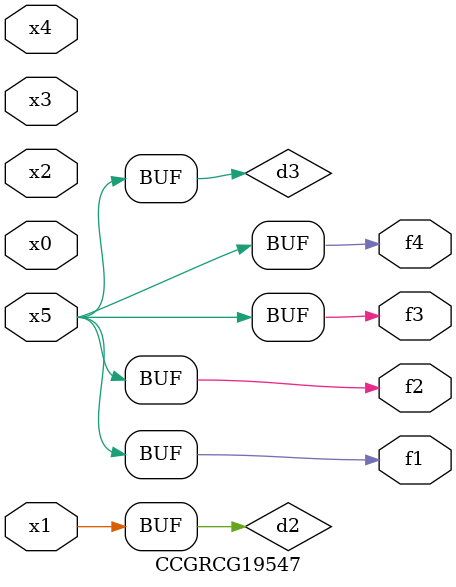
<source format=v>
module CCGRCG19547(
	input x0, x1, x2, x3, x4, x5,
	output f1, f2, f3, f4
);

	wire d1, d2, d3;

	not (d1, x5);
	or (d2, x1);
	xnor (d3, d1);
	assign f1 = d3;
	assign f2 = d3;
	assign f3 = d3;
	assign f4 = d3;
endmodule

</source>
